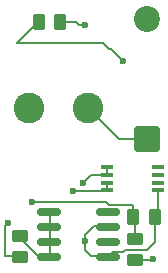
<source format=gbr>
%TF.GenerationSoftware,KiCad,Pcbnew,9.0.4*%
%TF.CreationDate,2025-11-07T15:23:52-06:00*%
%TF.ProjectId,solenoid_breakoutboard,736f6c65-6e6f-4696-945f-627265616b6f,rev?*%
%TF.SameCoordinates,Original*%
%TF.FileFunction,Copper,L1,Top*%
%TF.FilePolarity,Positive*%
%FSLAX46Y46*%
G04 Gerber Fmt 4.6, Leading zero omitted, Abs format (unit mm)*
G04 Created by KiCad (PCBNEW 9.0.4) date 2025-11-07 15:23:52*
%MOMM*%
%LPD*%
G01*
G04 APERTURE LIST*
G04 Aperture macros list*
%AMRoundRect*
0 Rectangle with rounded corners*
0 $1 Rounding radius*
0 $2 $3 $4 $5 $6 $7 $8 $9 X,Y pos of 4 corners*
0 Add a 4 corners polygon primitive as box body*
4,1,4,$2,$3,$4,$5,$6,$7,$8,$9,$2,$3,0*
0 Add four circle primitives for the rounded corners*
1,1,$1+$1,$2,$3*
1,1,$1+$1,$4,$5*
1,1,$1+$1,$6,$7*
1,1,$1+$1,$8,$9*
0 Add four rect primitives between the rounded corners*
20,1,$1+$1,$2,$3,$4,$5,0*
20,1,$1+$1,$4,$5,$6,$7,0*
20,1,$1+$1,$6,$7,$8,$9,0*
20,1,$1+$1,$8,$9,$2,$3,0*%
G04 Aperture macros list end*
%TA.AperFunction,SMDPad,CuDef*%
%ADD10RoundRect,0.250000X-0.262500X-0.450000X0.262500X-0.450000X0.262500X0.450000X-0.262500X0.450000X0*%
%TD*%
%TA.AperFunction,SMDPad,CuDef*%
%ADD11RoundRect,0.150000X0.825000X0.150000X-0.825000X0.150000X-0.825000X-0.150000X0.825000X-0.150000X0*%
%TD*%
%TA.AperFunction,SMDPad,CuDef*%
%ADD12RoundRect,0.250000X0.262500X0.450000X-0.262500X0.450000X-0.262500X-0.450000X0.262500X-0.450000X0*%
%TD*%
%TA.AperFunction,ComponentPad*%
%ADD13C,2.600000*%
%TD*%
%TA.AperFunction,ComponentPad*%
%ADD14RoundRect,0.249999X0.850001X-0.850001X0.850001X0.850001X-0.850001X0.850001X-0.850001X-0.850001X0*%
%TD*%
%TA.AperFunction,ComponentPad*%
%ADD15C,2.200000*%
%TD*%
%TA.AperFunction,SMDPad,CuDef*%
%ADD16R,1.100000X0.400000*%
%TD*%
%TA.AperFunction,SMDPad,CuDef*%
%ADD17RoundRect,0.250000X0.450000X-0.262500X0.450000X0.262500X-0.450000X0.262500X-0.450000X-0.262500X0*%
%TD*%
%TA.AperFunction,SMDPad,CuDef*%
%ADD18RoundRect,0.250000X-0.450000X0.262500X-0.450000X-0.262500X0.450000X-0.262500X0.450000X0.262500X0*%
%TD*%
%TA.AperFunction,ViaPad*%
%ADD19C,0.600000*%
%TD*%
%TA.AperFunction,Conductor*%
%ADD20C,0.200000*%
%TD*%
G04 APERTURE END LIST*
D10*
%TO.P,R2,1*%
%TO.N,Net-(Q1A-G1)*%
X126837500Y-92000000D03*
%TO.P,R2,2*%
%TO.N,GND*%
X128662500Y-92000000D03*
%TD*%
D11*
%TO.P,Q1,1,S1*%
%TO.N,GND*%
X124700000Y-95405000D03*
%TO.P,Q1,2,G1*%
%TO.N,Net-(Q1A-G1)*%
X124700000Y-94135000D03*
%TO.P,Q1,3,S2*%
%TO.N,GND*%
X124700000Y-92865000D03*
%TO.P,Q1,4,G2*%
%TO.N,Net-(Q1A-G1)*%
X124700000Y-91595000D03*
%TO.P,Q1,5,D2*%
%TO.N,Net-(D1-A)*%
X119750000Y-91595000D03*
%TO.P,Q1,6,D2*%
X119750000Y-92865000D03*
%TO.P,Q1,7,D1*%
X119750000Y-94135000D03*
%TO.P,Q1,8,D1*%
X119750000Y-95405000D03*
%TD*%
D12*
%TO.P,R3,1*%
%TO.N,Net-(Q1A-G1)*%
X120662500Y-75500000D03*
%TO.P,R3,2*%
%TO.N,GND*%
X118837500Y-75500000D03*
%TD*%
D13*
%TO.P,L1,1,1*%
%TO.N,Net-(L1-Pad1)*%
X118000000Y-82750000D03*
%TO.P,L1,2,2*%
%TO.N,+5V*%
X123000000Y-82750000D03*
%TD*%
D14*
%TO.P,D1,1,K*%
%TO.N,+5V*%
X128000000Y-85410000D03*
D15*
%TO.P,D1,2,A*%
%TO.N,Net-(D1-A)*%
X128000000Y-75250000D03*
%TD*%
D16*
%TO.P,U1,1,IO0*%
%TO.N,Net-(U1-IO0)*%
X124600000Y-87775000D03*
%TO.P,U1,2,IO1*%
X124600000Y-88425000D03*
%TO.P,U1,3,IO2*%
%TO.N,GND*%
X124600000Y-89075000D03*
%TO.P,U1,4,VSS*%
X124600000Y-89725000D03*
%TO.P,U1,5,IO3*%
X128900000Y-89725000D03*
%TO.P,U1,6,SCL*%
%TO.N,scl*%
X128900000Y-89075000D03*
%TO.P,U1,7,SDA*%
%TO.N,sda*%
X128900000Y-88425000D03*
%TO.P,U1,8,VDD*%
%TO.N,+3.3V*%
X128900000Y-87775000D03*
%TD*%
D17*
%TO.P,R1,1*%
%TO.N,Net-(U1-IO0)*%
X127000000Y-95662500D03*
%TO.P,R1,2*%
%TO.N,Net-(Q1A-G1)*%
X127000000Y-93837500D03*
%TD*%
D18*
%TO.P,R4,1*%
%TO.N,Net-(D1-A)*%
X117250000Y-93587500D03*
%TO.P,R4,2*%
%TO.N,Net-(L1-Pad1)*%
X117250000Y-95412500D03*
%TD*%
D19*
%TO.N,Net-(D1-A)*%
X120000000Y-91500000D03*
%TO.N,Net-(Q1A-G1)*%
X122750000Y-75750000D03*
X118250000Y-90750000D03*
%TO.N,GND*%
X126000000Y-78750000D03*
X122750000Y-94000000D03*
X121750000Y-89750000D03*
%TO.N,Net-(U1-IO0)*%
X122584692Y-89140929D03*
X128500000Y-95500000D03*
%TO.N,Net-(L1-Pad1)*%
X116250000Y-92500000D03*
%TD*%
D20*
%TO.N,Net-(D1-A)*%
X120000000Y-91500000D02*
X119775000Y-91725000D01*
X117250000Y-93750000D02*
X117250000Y-93587500D01*
X119775000Y-95310000D02*
X119715000Y-95250000D01*
X119775000Y-91725000D02*
X119775000Y-95310000D01*
X119715000Y-95250000D02*
X118750000Y-95250000D01*
X118750000Y-95250000D02*
X117250000Y-93750000D01*
%TO.N,+5V*%
X123000000Y-82750000D02*
X125660000Y-85410000D01*
X125660000Y-85410000D02*
X128000000Y-85410000D01*
%TO.N,Net-(Q1A-G1)*%
X122250000Y-75750000D02*
X122000000Y-75500000D01*
X126750000Y-91000000D02*
X124750000Y-91000000D01*
X126837500Y-92000000D02*
X126837500Y-92087500D01*
X122750000Y-75750000D02*
X122250000Y-75750000D01*
X126837500Y-92000000D02*
X126837500Y-91087500D01*
X126837500Y-91087500D02*
X126750000Y-91000000D01*
X124750000Y-91000000D02*
X124500000Y-90750000D01*
X122000000Y-75500000D02*
X120662500Y-75500000D01*
X127000000Y-92250000D02*
X127000000Y-94087500D01*
X124500000Y-90750000D02*
X118250000Y-90750000D01*
X126837500Y-92087500D02*
X127000000Y-92250000D01*
%TO.N,GND*%
X128900000Y-91762500D02*
X128662500Y-92000000D01*
X121750000Y-89750000D02*
X124575000Y-89750000D01*
X128662500Y-92000000D02*
X128662500Y-94087500D01*
X126000000Y-78750000D02*
X125000000Y-77750000D01*
X123250001Y-95310000D02*
X122750000Y-94809999D01*
X124575000Y-89750000D02*
X124600000Y-89725000D01*
X123480000Y-92770000D02*
X124725000Y-92770000D01*
X128900000Y-89725000D02*
X128900000Y-91762500D01*
X122750000Y-93500000D02*
X123480000Y-92770000D01*
X122750000Y-94809999D02*
X122750000Y-94000000D01*
X128662500Y-94087500D02*
X128000000Y-94750000D01*
X117000000Y-77250000D02*
X118750000Y-75500000D01*
X124725000Y-95310000D02*
X123250001Y-95310000D01*
X126156968Y-94750000D02*
X126000000Y-94906968D01*
X126000000Y-94906968D02*
X125128032Y-94906968D01*
X128000000Y-94750000D02*
X126156968Y-94750000D01*
X118750000Y-75500000D02*
X118837500Y-75500000D01*
X122750000Y-93500000D02*
X122750000Y-94000000D01*
X124600000Y-89075000D02*
X124600000Y-89725000D01*
X125128032Y-94906968D02*
X124725000Y-95310000D01*
X125000000Y-77750000D02*
X124750000Y-77750000D01*
X124250000Y-77250000D02*
X117000000Y-77250000D01*
X124750000Y-77750000D02*
X124250000Y-77250000D01*
%TO.N,Net-(U1-IO0)*%
X122584692Y-89140929D02*
X123300621Y-88425000D01*
X128337500Y-95662500D02*
X128500000Y-95500000D01*
X127000000Y-95662500D02*
X128337500Y-95662500D01*
X123300621Y-88425000D02*
X124600000Y-88425000D01*
X124600000Y-88425000D02*
X124600000Y-87775000D01*
%TO.N,Net-(L1-Pad1)*%
X116000000Y-95250000D02*
X117087500Y-95250000D01*
X116000000Y-92750000D02*
X116000000Y-95250000D01*
X116250000Y-92500000D02*
X116000000Y-92750000D01*
X117087500Y-95250000D02*
X117250000Y-95412500D01*
%TD*%
M02*

</source>
